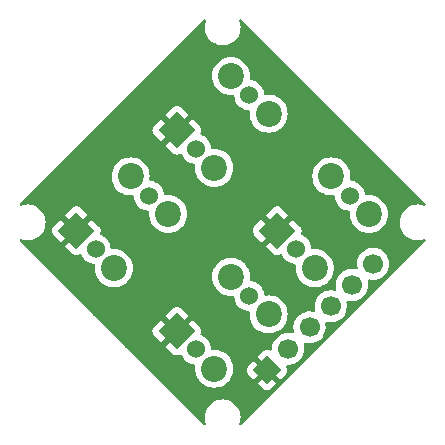
<source format=gbl>
%TF.GenerationSoftware,KiCad,Pcbnew,(6.0.9)*%
%TF.CreationDate,2023-04-13T12:37:54+10:00*%
%TF.ProjectId,Dpadleft,44706164-6c65-4667-942e-6b696361645f,rev?*%
%TF.SameCoordinates,PX6bc3e40PY700e860*%
%TF.FileFunction,Copper,L2,Bot*%
%TF.FilePolarity,Positive*%
%FSLAX46Y46*%
G04 Gerber Fmt 4.6, Leading zero omitted, Abs format (unit mm)*
G04 Created by KiCad (PCBNEW (6.0.9)) date 2023-04-13 12:37:54*
%MOMM*%
%LPD*%
G01*
G04 APERTURE LIST*
G04 Aperture macros list*
%AMHorizOval*
0 Thick line with rounded ends*
0 $1 width*
0 $2 $3 position (X,Y) of the first rounded end (center of the circle)*
0 $4 $5 position (X,Y) of the second rounded end (center of the circle)*
0 Add line between two ends*
20,1,$1,$2,$3,$4,$5,0*
0 Add two circle primitives to create the rounded ends*
1,1,$1,$2,$3*
1,1,$1,$4,$5*%
%AMRotRect*
0 Rectangle, with rotation*
0 The origin of the aperture is its center*
0 $1 length*
0 $2 width*
0 $3 Rotation angle, in degrees counterclockwise*
0 Add horizontal line*
21,1,$1,$2,0,0,$3*%
G04 Aperture macros list end*
%TA.AperFunction,ComponentPad*%
%ADD10RotRect,1.700000X1.700000X135.000000*%
%TD*%
%TA.AperFunction,ComponentPad*%
%ADD11HorizOval,1.700000X0.000000X0.000000X0.000000X0.000000X0*%
%TD*%
%TA.AperFunction,ComponentPad*%
%ADD12RotRect,2.200000X2.200000X45.000000*%
%TD*%
%TA.AperFunction,ComponentPad*%
%ADD13C,2.200000*%
%TD*%
%TA.AperFunction,ComponentPad*%
%ADD14C,1.524000*%
%TD*%
G04 APERTURE END LIST*
D10*
%TO.P,J3,1,Pin_1*%
%TO.N,Net-(J3-Pad1)*%
X23259872Y-12490129D03*
D11*
%TO.P,J3,2,Pin_2*%
%TO.N,Net-(J3-Pad2)*%
X25055923Y-10694078D03*
%TO.P,J3,3,Pin_3*%
%TO.N,Net-(J3-Pad3)*%
X26851974Y-8898027D03*
%TO.P,J3,4,Pin_4*%
%TO.N,Net-(J3-Pad4)*%
X28648026Y-7101975D03*
%TO.P,J3,5,Pin_5*%
%TO.N,Net-(J3-Pad5)*%
X30444077Y-5305924D03*
%TO.P,J3,6,Pin_6*%
%TO.N,GND*%
X32240128Y-3509873D03*
%TD*%
D12*
%TO.P,U3,1,1*%
%TO.N,Net-(J3-Pad1)*%
X7110913Y-707107D03*
D13*
%TO.P,U3,2,2*%
%TO.N,unconnected-(U3-Pad2)*%
X11707107Y3889087D03*
%TO.P,U3,3,3*%
%TO.N,unconnected-(U3-Pad3)*%
X10292893Y-3889087D03*
%TO.P,U3,4,4*%
%TO.N,Net-(J3-Pad3)*%
X14889087Y707107D03*
D14*
%TO.P,U3,5,A*%
%TO.N,Net-(R2-Pad1)*%
X8737258Y-2262742D03*
%TO.P,U3,6,K*%
%TO.N,GND*%
X13262742Y2262742D03*
%TD*%
D12*
%TO.P,U2,1,1*%
%TO.N,Net-(J3-Pad1)*%
X15610913Y7792893D03*
D13*
%TO.P,U2,2,2*%
%TO.N,unconnected-(U2-Pad2)*%
X20207107Y12389087D03*
%TO.P,U2,3,3*%
%TO.N,unconnected-(U2-Pad3)*%
X18792893Y4610913D03*
%TO.P,U2,4,4*%
%TO.N,Net-(J3-Pad2)*%
X23389087Y9207107D03*
D14*
%TO.P,U2,5,A*%
%TO.N,Net-(R1-Pad1)*%
X17237258Y6237258D03*
%TO.P,U2,6,K*%
%TO.N,GND*%
X21762742Y10762742D03*
%TD*%
D12*
%TO.P,U5,1,1*%
%TO.N,Net-(J3-Pad1)*%
X24110913Y-707107D03*
D13*
%TO.P,U5,2,2*%
%TO.N,unconnected-(U5-Pad2)*%
X28707107Y3889087D03*
%TO.P,U5,3,3*%
%TO.N,unconnected-(U5-Pad3)*%
X27292893Y-3889087D03*
%TO.P,U5,4,4*%
%TO.N,Net-(J3-Pad5)*%
X31889087Y707107D03*
D14*
%TO.P,U5,5,A*%
%TO.N,Net-(R4-Pad1)*%
X25737258Y-2262742D03*
%TO.P,U5,6,K*%
%TO.N,GND*%
X30262742Y2262742D03*
%TD*%
D12*
%TO.P,U4,1,1*%
%TO.N,Net-(J3-Pad1)*%
X15610913Y-9207107D03*
D13*
%TO.P,U4,2,2*%
%TO.N,unconnected-(U4-Pad2)*%
X20207107Y-4610913D03*
%TO.P,U4,3,3*%
%TO.N,unconnected-(U4-Pad3)*%
X18792893Y-12389087D03*
%TO.P,U4,4,4*%
%TO.N,Net-(J3-Pad4)*%
X23389087Y-7792893D03*
D14*
%TO.P,U4,5,A*%
%TO.N,Net-(R3-Pad1)*%
X17237258Y-10762742D03*
%TO.P,U4,6,K*%
%TO.N,GND*%
X21762742Y-6237258D03*
%TD*%
%TA.AperFunction,Conductor*%
%TO.N,Net-(J3-Pad1)*%
G36*
X18010690Y17187396D02*
G01*
X18067526Y17144849D01*
X18092337Y17078329D01*
X18083067Y17021123D01*
X18060895Y16967594D01*
X18059740Y16962782D01*
X18013420Y16769845D01*
X18005465Y16736711D01*
X17987308Y16506005D01*
X17986835Y16500000D01*
X18005465Y16263289D01*
X18006619Y16258482D01*
X18006620Y16258476D01*
X18036601Y16133599D01*
X18060895Y16032406D01*
X18151760Y15813037D01*
X18154346Y15808817D01*
X18273241Y15614798D01*
X18273245Y15614792D01*
X18275824Y15610584D01*
X18430031Y15430031D01*
X18610584Y15275824D01*
X18614792Y15273245D01*
X18614798Y15273241D01*
X18808817Y15154346D01*
X18813037Y15151760D01*
X18817607Y15149867D01*
X18817611Y15149865D01*
X19027833Y15062789D01*
X19032406Y15060895D01*
X19112609Y15041640D01*
X19258476Y15006620D01*
X19258482Y15006619D01*
X19263289Y15005465D01*
X19500000Y14986835D01*
X19736711Y15005465D01*
X19741518Y15006619D01*
X19741524Y15006620D01*
X19887391Y15041640D01*
X19967594Y15060895D01*
X19972167Y15062789D01*
X20182389Y15149865D01*
X20182393Y15149867D01*
X20186963Y15151760D01*
X20191183Y15154346D01*
X20385202Y15273241D01*
X20385208Y15273245D01*
X20389416Y15275824D01*
X20569969Y15430031D01*
X20724176Y15610584D01*
X20726755Y15614792D01*
X20726759Y15614798D01*
X20845654Y15808817D01*
X20848240Y15813037D01*
X20939105Y16032406D01*
X20963399Y16133599D01*
X20993380Y16258476D01*
X20993381Y16258482D01*
X20994535Y16263289D01*
X21013165Y16500000D01*
X20994535Y16736711D01*
X20986581Y16769845D01*
X20940260Y16962782D01*
X20939105Y16967594D01*
X20916933Y17021122D01*
X20909344Y17091712D01*
X20941123Y17155199D01*
X21002181Y17191426D01*
X21073133Y17188892D01*
X21122437Y17158435D01*
X36658435Y1622437D01*
X36692461Y1560125D01*
X36687396Y1489310D01*
X36644849Y1432474D01*
X36578329Y1407663D01*
X36521122Y1416933D01*
X36472167Y1437211D01*
X36472165Y1437212D01*
X36467594Y1439105D01*
X36387391Y1458360D01*
X36241524Y1493380D01*
X36241518Y1493381D01*
X36236711Y1494535D01*
X36000000Y1513165D01*
X35763289Y1494535D01*
X35758482Y1493381D01*
X35758476Y1493380D01*
X35612609Y1458360D01*
X35532406Y1439105D01*
X35527835Y1437212D01*
X35527833Y1437211D01*
X35317611Y1350135D01*
X35317607Y1350133D01*
X35313037Y1348240D01*
X35308817Y1345654D01*
X35114798Y1226759D01*
X35114792Y1226755D01*
X35110584Y1224176D01*
X34930031Y1069969D01*
X34775824Y889416D01*
X34773245Y885208D01*
X34773241Y885202D01*
X34757695Y859833D01*
X34651760Y686963D01*
X34649867Y682393D01*
X34649865Y682389D01*
X34583067Y521122D01*
X34560895Y467594D01*
X34556645Y449891D01*
X34507452Y244986D01*
X34505465Y236711D01*
X34487308Y6005D01*
X34486835Y0D01*
X34487223Y-4930D01*
X34487223Y-4933D01*
X34490300Y-44032D01*
X34505465Y-236711D01*
X34506619Y-241518D01*
X34506620Y-241524D01*
X34536601Y-366401D01*
X34560895Y-467594D01*
X34562788Y-472165D01*
X34562789Y-472167D01*
X34639944Y-658436D01*
X34651760Y-686963D01*
X34654346Y-691183D01*
X34773241Y-885202D01*
X34773245Y-885208D01*
X34775824Y-889416D01*
X34930031Y-1069969D01*
X34933787Y-1073177D01*
X34954618Y-1090968D01*
X35110584Y-1224176D01*
X35114792Y-1226755D01*
X35114798Y-1226759D01*
X35308817Y-1345654D01*
X35313037Y-1348240D01*
X35317607Y-1350133D01*
X35317611Y-1350135D01*
X35527833Y-1437211D01*
X35532406Y-1439105D01*
X35612609Y-1458360D01*
X35758476Y-1493380D01*
X35758482Y-1493381D01*
X35763289Y-1494535D01*
X36000000Y-1513165D01*
X36236711Y-1494535D01*
X36241518Y-1493381D01*
X36241524Y-1493380D01*
X36387391Y-1458360D01*
X36467594Y-1439105D01*
X36472172Y-1437209D01*
X36521122Y-1416933D01*
X36591712Y-1409344D01*
X36655199Y-1441123D01*
X36691426Y-1502181D01*
X36688892Y-1573133D01*
X36658435Y-1622437D01*
X21122437Y-17158436D01*
X21060125Y-17192462D01*
X20989310Y-17187397D01*
X20932474Y-17144850D01*
X20907663Y-17078330D01*
X20916933Y-17021124D01*
X20937209Y-16972172D01*
X20937210Y-16972169D01*
X20939105Y-16967594D01*
X20963399Y-16866401D01*
X20993380Y-16741524D01*
X20993381Y-16741518D01*
X20994535Y-16736711D01*
X21013165Y-16500000D01*
X20994535Y-16263289D01*
X20986581Y-16230155D01*
X20940260Y-16037218D01*
X20939105Y-16032406D01*
X20848240Y-15813037D01*
X20845654Y-15808817D01*
X20726759Y-15614798D01*
X20726755Y-15614792D01*
X20724176Y-15610584D01*
X20569969Y-15430031D01*
X20389416Y-15275824D01*
X20385208Y-15273245D01*
X20385202Y-15273241D01*
X20191183Y-15154346D01*
X20186963Y-15151760D01*
X20182393Y-15149867D01*
X20182389Y-15149865D01*
X19972167Y-15062789D01*
X19972165Y-15062788D01*
X19967594Y-15060895D01*
X19887391Y-15041640D01*
X19741524Y-15006620D01*
X19741518Y-15006619D01*
X19736711Y-15005465D01*
X19500000Y-14986835D01*
X19263289Y-15005465D01*
X19258482Y-15006619D01*
X19258476Y-15006620D01*
X19112609Y-15041640D01*
X19032406Y-15060895D01*
X19027835Y-15062788D01*
X19027833Y-15062789D01*
X18817611Y-15149865D01*
X18817607Y-15149867D01*
X18813037Y-15151760D01*
X18808817Y-15154346D01*
X18614798Y-15273241D01*
X18614792Y-15273245D01*
X18610584Y-15275824D01*
X18430031Y-15430031D01*
X18275824Y-15610584D01*
X18273245Y-15614792D01*
X18273241Y-15614798D01*
X18154346Y-15808817D01*
X18151760Y-15813037D01*
X18060895Y-16032406D01*
X18059740Y-16037218D01*
X18013420Y-16230155D01*
X18005465Y-16263289D01*
X17987308Y-16493995D01*
X17986835Y-16500000D01*
X18005465Y-16736711D01*
X18006619Y-16741518D01*
X18006620Y-16741524D01*
X18036601Y-16866401D01*
X18060895Y-16967594D01*
X18062790Y-16972169D01*
X18062791Y-16972172D01*
X18083067Y-17021124D01*
X18090656Y-17091714D01*
X18058876Y-17155200D01*
X17997818Y-17191427D01*
X17926866Y-17188893D01*
X17877563Y-17158436D01*
X11243998Y-10524871D01*
X14658689Y-10524871D01*
X14658820Y-10526704D01*
X14663071Y-10533319D01*
X15283287Y-11153535D01*
X15288371Y-11158097D01*
X15328244Y-11190157D01*
X15341594Y-11198379D01*
X15458699Y-11251623D01*
X15475754Y-11256610D01*
X15602024Y-11274693D01*
X15619802Y-11274693D01*
X15746072Y-11256610D01*
X15763127Y-11251623D01*
X15880236Y-11198377D01*
X15882763Y-11196821D01*
X15885003Y-11196210D01*
X15887424Y-11195109D01*
X15887602Y-11195501D01*
X15951255Y-11178131D01*
X16018979Y-11199439D01*
X16063029Y-11250858D01*
X16130444Y-11395431D01*
X16130447Y-11395436D01*
X16132770Y-11400418D01*
X16135926Y-11404925D01*
X16135927Y-11404927D01*
X16256811Y-11577567D01*
X16260281Y-11582523D01*
X16417477Y-11739719D01*
X16421985Y-11742876D01*
X16421988Y-11742878D01*
X16497753Y-11795929D01*
X16599581Y-11867230D01*
X16604563Y-11869553D01*
X16604568Y-11869556D01*
X16720072Y-11923416D01*
X16801062Y-11961182D01*
X16806370Y-11962604D01*
X16806372Y-11962605D01*
X16872207Y-11980245D01*
X17015795Y-12018720D01*
X17053710Y-12022037D01*
X17082820Y-12024584D01*
X17148938Y-12050448D01*
X17190578Y-12107951D01*
X17197450Y-12159989D01*
X17179419Y-12389087D01*
X17199284Y-12641490D01*
X17200438Y-12646297D01*
X17200439Y-12646303D01*
X17230808Y-12772798D01*
X17258388Y-12887678D01*
X17355277Y-13121589D01*
X17487565Y-13337463D01*
X17651995Y-13529985D01*
X17844517Y-13694415D01*
X18060391Y-13826703D01*
X18064961Y-13828596D01*
X18064965Y-13828598D01*
X18289729Y-13921698D01*
X18294302Y-13923592D01*
X18378925Y-13943908D01*
X18535677Y-13981541D01*
X18535683Y-13981542D01*
X18540490Y-13982696D01*
X18792893Y-14002561D01*
X19045296Y-13982696D01*
X19050103Y-13981542D01*
X19050109Y-13981541D01*
X19206861Y-13943908D01*
X19291484Y-13923592D01*
X19296057Y-13921698D01*
X19520821Y-13828598D01*
X19520825Y-13828596D01*
X19525395Y-13826703D01*
X19741269Y-13694415D01*
X19815382Y-13631116D01*
X22484425Y-13631116D01*
X22484556Y-13632949D01*
X22488807Y-13639564D01*
X22932246Y-14083003D01*
X22937330Y-14087565D01*
X22977203Y-14119625D01*
X22990553Y-14127847D01*
X23107658Y-14181091D01*
X23124713Y-14186078D01*
X23250983Y-14204161D01*
X23268761Y-14204161D01*
X23395031Y-14186078D01*
X23412086Y-14181091D01*
X23529195Y-14127845D01*
X23542539Y-14119628D01*
X23582416Y-14087565D01*
X23587494Y-14083009D01*
X24027706Y-13642797D01*
X24035320Y-13628853D01*
X24035189Y-13627020D01*
X24030938Y-13620405D01*
X23272684Y-12862151D01*
X23258740Y-12854537D01*
X23256907Y-12854668D01*
X23250292Y-12858919D01*
X22492039Y-13617172D01*
X22484425Y-13631116D01*
X19815382Y-13631116D01*
X19933791Y-13529985D01*
X20098221Y-13337463D01*
X20230509Y-13121589D01*
X20327398Y-12887678D01*
X20354978Y-12772798D01*
X20385347Y-12646303D01*
X20385348Y-12646297D01*
X20386502Y-12641490D01*
X20397715Y-12499018D01*
X21545840Y-12499018D01*
X21563923Y-12625288D01*
X21568910Y-12642343D01*
X21622156Y-12759452D01*
X21630373Y-12772796D01*
X21662436Y-12812673D01*
X21666992Y-12817751D01*
X22107204Y-13257963D01*
X22121148Y-13265577D01*
X22122981Y-13265446D01*
X22129596Y-13261195D01*
X22887850Y-12502941D01*
X22895464Y-12488997D01*
X22895333Y-12487164D01*
X22891082Y-12480549D01*
X22132829Y-11722296D01*
X22118885Y-11714682D01*
X22117052Y-11714813D01*
X22110437Y-11719064D01*
X21666998Y-12162503D01*
X21662436Y-12167587D01*
X21630376Y-12207460D01*
X21622154Y-12220810D01*
X21568910Y-12337915D01*
X21563923Y-12354970D01*
X21545840Y-12481240D01*
X21545840Y-12499018D01*
X20397715Y-12499018D01*
X20406367Y-12389087D01*
X20386502Y-12136684D01*
X20376624Y-12095536D01*
X20328553Y-11895308D01*
X20327398Y-11890496D01*
X20325504Y-11885923D01*
X20232404Y-11661159D01*
X20232402Y-11661155D01*
X20230509Y-11656585D01*
X20098221Y-11440711D01*
X20021946Y-11351405D01*
X22484424Y-11351405D01*
X22484555Y-11353238D01*
X22488806Y-11359853D01*
X24386915Y-13257962D01*
X24400859Y-13265576D01*
X24402692Y-13265445D01*
X24409307Y-13261194D01*
X24852746Y-12817755D01*
X24857308Y-12812671D01*
X24889368Y-12772798D01*
X24897590Y-12759448D01*
X24950834Y-12642343D01*
X24955821Y-12625288D01*
X24973904Y-12499018D01*
X24973904Y-12481240D01*
X24955821Y-12354970D01*
X24950834Y-12337915D01*
X24901931Y-12230358D01*
X24891945Y-12160067D01*
X24921545Y-12095536D01*
X24981336Y-12057252D01*
X25021249Y-12052292D01*
X25028888Y-12052572D01*
X25112596Y-12055642D01*
X25112600Y-12055642D01*
X25117760Y-12055831D01*
X25122880Y-12055175D01*
X25122882Y-12055175D01*
X25334211Y-12028103D01*
X25334212Y-12028103D01*
X25339339Y-12027446D01*
X25344289Y-12025961D01*
X25548352Y-11964739D01*
X25548357Y-11964737D01*
X25553307Y-11963252D01*
X25753917Y-11864974D01*
X25935783Y-11735251D01*
X25948784Y-11722296D01*
X26085135Y-11586420D01*
X26094019Y-11577567D01*
X26224376Y-11396155D01*
X26242318Y-11359853D01*
X26321059Y-11200531D01*
X26321060Y-11200529D01*
X26323353Y-11195889D01*
X26388293Y-10982147D01*
X26417452Y-10760668D01*
X26419079Y-10694078D01*
X26400775Y-10471439D01*
X26375716Y-10371675D01*
X26378520Y-10300733D01*
X26419233Y-10242570D01*
X26484928Y-10215651D01*
X26523038Y-10217509D01*
X26690571Y-10251594D01*
X26695746Y-10251784D01*
X26695748Y-10251784D01*
X26908647Y-10259591D01*
X26908651Y-10259591D01*
X26913811Y-10259780D01*
X26918931Y-10259124D01*
X26918933Y-10259124D01*
X27130262Y-10232052D01*
X27130263Y-10232052D01*
X27135390Y-10231395D01*
X27145456Y-10228375D01*
X27344403Y-10168688D01*
X27344408Y-10168686D01*
X27349358Y-10167201D01*
X27549968Y-10068923D01*
X27731834Y-9939200D01*
X27890070Y-9781516D01*
X27969047Y-9671608D01*
X28017409Y-9604304D01*
X28020427Y-9600104D01*
X28033205Y-9574251D01*
X28117110Y-9404480D01*
X28117111Y-9404478D01*
X28119404Y-9399838D01*
X28184344Y-9186096D01*
X28213503Y-8964617D01*
X28213585Y-8961267D01*
X28215048Y-8901392D01*
X28215048Y-8901388D01*
X28215130Y-8898027D01*
X28196826Y-8675388D01*
X28189880Y-8647734D01*
X28171767Y-8575622D01*
X28174571Y-8504681D01*
X28215284Y-8446518D01*
X28280980Y-8419599D01*
X28319091Y-8421457D01*
X28486623Y-8455542D01*
X28491798Y-8455732D01*
X28491800Y-8455732D01*
X28704699Y-8463539D01*
X28704703Y-8463539D01*
X28709863Y-8463728D01*
X28714983Y-8463072D01*
X28714985Y-8463072D01*
X28926314Y-8436000D01*
X28926315Y-8436000D01*
X28931442Y-8435343D01*
X28973793Y-8422637D01*
X29140455Y-8372636D01*
X29140460Y-8372634D01*
X29145410Y-8371149D01*
X29346020Y-8272871D01*
X29527886Y-8143148D01*
X29686122Y-7985464D01*
X29816479Y-7804052D01*
X29845895Y-7744534D01*
X29913162Y-7608428D01*
X29913163Y-7608426D01*
X29915456Y-7603786D01*
X29980396Y-7390044D01*
X30009555Y-7168565D01*
X30011182Y-7101975D01*
X29992878Y-6879336D01*
X29967819Y-6779572D01*
X29970623Y-6708630D01*
X30011336Y-6650467D01*
X30077031Y-6623548D01*
X30115141Y-6625406D01*
X30282674Y-6659491D01*
X30287849Y-6659681D01*
X30287851Y-6659681D01*
X30500750Y-6667488D01*
X30500754Y-6667488D01*
X30505914Y-6667677D01*
X30511034Y-6667021D01*
X30511036Y-6667021D01*
X30722365Y-6639949D01*
X30722366Y-6639949D01*
X30727493Y-6639292D01*
X30737559Y-6636272D01*
X30936506Y-6576585D01*
X30936511Y-6576583D01*
X30941461Y-6575098D01*
X31142071Y-6476820D01*
X31323937Y-6347097D01*
X31344107Y-6326998D01*
X31414116Y-6257233D01*
X31482173Y-6189413D01*
X31489355Y-6179419D01*
X31609512Y-6012201D01*
X31612530Y-6008001D01*
X31640412Y-5951587D01*
X31709213Y-5812377D01*
X31709214Y-5812375D01*
X31711507Y-5807735D01*
X31776447Y-5593993D01*
X31805606Y-5372514D01*
X31806679Y-5328598D01*
X31807151Y-5309289D01*
X31807151Y-5309285D01*
X31807233Y-5305924D01*
X31788929Y-5083285D01*
X31763870Y-4983521D01*
X31766674Y-4912579D01*
X31807387Y-4854416D01*
X31873082Y-4827497D01*
X31911192Y-4829355D01*
X32078725Y-4863440D01*
X32083900Y-4863630D01*
X32083902Y-4863630D01*
X32296801Y-4871437D01*
X32296805Y-4871437D01*
X32301965Y-4871626D01*
X32307085Y-4870970D01*
X32307087Y-4870970D01*
X32518416Y-4843898D01*
X32518417Y-4843898D01*
X32523544Y-4843241D01*
X32542803Y-4837463D01*
X32732557Y-4780534D01*
X32732562Y-4780532D01*
X32737512Y-4779047D01*
X32938122Y-4680769D01*
X33119988Y-4551046D01*
X33278224Y-4393362D01*
X33282309Y-4387678D01*
X33405563Y-4216150D01*
X33408581Y-4211950D01*
X33436463Y-4155536D01*
X33505264Y-4016326D01*
X33505265Y-4016324D01*
X33507558Y-4011684D01*
X33572498Y-3797942D01*
X33601657Y-3576463D01*
X33602293Y-3550448D01*
X33603202Y-3513238D01*
X33603202Y-3513234D01*
X33603284Y-3509873D01*
X33584980Y-3287234D01*
X33530559Y-3070575D01*
X33441482Y-2865713D01*
X33402034Y-2804735D01*
X33322950Y-2682490D01*
X33322948Y-2682487D01*
X33320142Y-2678150D01*
X33169798Y-2512924D01*
X33165747Y-2509725D01*
X33165743Y-2509721D01*
X32998542Y-2377673D01*
X32998538Y-2377671D01*
X32994487Y-2374471D01*
X32798917Y-2266511D01*
X32794048Y-2264787D01*
X32794044Y-2264785D01*
X32593215Y-2193668D01*
X32593211Y-2193667D01*
X32588340Y-2191942D01*
X32583247Y-2191035D01*
X32583244Y-2191034D01*
X32373501Y-2153673D01*
X32373495Y-2153672D01*
X32368412Y-2152767D01*
X32294580Y-2151865D01*
X32150209Y-2150101D01*
X32150207Y-2150101D01*
X32145039Y-2150038D01*
X31924219Y-2183828D01*
X31711884Y-2253230D01*
X31681571Y-2269010D01*
X31519408Y-2353427D01*
X31513735Y-2356380D01*
X31509602Y-2359483D01*
X31509599Y-2359485D01*
X31339228Y-2487403D01*
X31335093Y-2490508D01*
X31180757Y-2652011D01*
X31177843Y-2656283D01*
X31177842Y-2656284D01*
X31148404Y-2699439D01*
X31054871Y-2836553D01*
X31039131Y-2870463D01*
X30970970Y-3017304D01*
X30960816Y-3039178D01*
X30901117Y-3254443D01*
X30877379Y-3476568D01*
X30877676Y-3481721D01*
X30877676Y-3481724D01*
X30887885Y-3658778D01*
X30890238Y-3699588D01*
X30891375Y-3704634D01*
X30891376Y-3704640D01*
X30920355Y-3833226D01*
X30915819Y-3904078D01*
X30873697Y-3961229D01*
X30807364Y-3986535D01*
X30775342Y-3984974D01*
X30577450Y-3949724D01*
X30577444Y-3949723D01*
X30572361Y-3948818D01*
X30498529Y-3947916D01*
X30354158Y-3946152D01*
X30354156Y-3946152D01*
X30348988Y-3946089D01*
X30128168Y-3979879D01*
X29915833Y-4049281D01*
X29911241Y-4051671D01*
X29911242Y-4051671D01*
X29748180Y-4136556D01*
X29717684Y-4152431D01*
X29713551Y-4155534D01*
X29713548Y-4155536D01*
X29638412Y-4211950D01*
X29539042Y-4286559D01*
X29384706Y-4448062D01*
X29258820Y-4632604D01*
X29256641Y-4637299D01*
X29167492Y-4829355D01*
X29164765Y-4835229D01*
X29105066Y-5050494D01*
X29081328Y-5272619D01*
X29081625Y-5277772D01*
X29081625Y-5277775D01*
X29089680Y-5417477D01*
X29094187Y-5495639D01*
X29095324Y-5500685D01*
X29095325Y-5500691D01*
X29124304Y-5629277D01*
X29119768Y-5700129D01*
X29077646Y-5757280D01*
X29011313Y-5782586D01*
X28979291Y-5781025D01*
X28781399Y-5745775D01*
X28781393Y-5745774D01*
X28776310Y-5744869D01*
X28702478Y-5743967D01*
X28558107Y-5742203D01*
X28558105Y-5742203D01*
X28552937Y-5742140D01*
X28332117Y-5775930D01*
X28119782Y-5845332D01*
X28115190Y-5847722D01*
X28115191Y-5847722D01*
X27989736Y-5913030D01*
X27921633Y-5948482D01*
X27917500Y-5951585D01*
X27917497Y-5951587D01*
X27747126Y-6079505D01*
X27742991Y-6082610D01*
X27739419Y-6086348D01*
X27607506Y-6224387D01*
X27588655Y-6244113D01*
X27462769Y-6428655D01*
X27460590Y-6433350D01*
X27371441Y-6625406D01*
X27368714Y-6631280D01*
X27309015Y-6846545D01*
X27285277Y-7068670D01*
X27285574Y-7073823D01*
X27285574Y-7073826D01*
X27291037Y-7168565D01*
X27298136Y-7291690D01*
X27299273Y-7296736D01*
X27299274Y-7296742D01*
X27328253Y-7425330D01*
X27323717Y-7496182D01*
X27281595Y-7553333D01*
X27215262Y-7578639D01*
X27183244Y-7577078D01*
X27049939Y-7553333D01*
X26985346Y-7541827D01*
X26985342Y-7541827D01*
X26980258Y-7540921D01*
X26906426Y-7540019D01*
X26762055Y-7538255D01*
X26762053Y-7538255D01*
X26756885Y-7538192D01*
X26536065Y-7571982D01*
X26323730Y-7641384D01*
X26125581Y-7744534D01*
X26121448Y-7747637D01*
X26121445Y-7747639D01*
X26046310Y-7804052D01*
X25946939Y-7878662D01*
X25943367Y-7882400D01*
X25844877Y-7985464D01*
X25792603Y-8040165D01*
X25666717Y-8224707D01*
X25649176Y-8262497D01*
X25576252Y-8419599D01*
X25572662Y-8427332D01*
X25512963Y-8642597D01*
X25489225Y-8864722D01*
X25489522Y-8869875D01*
X25489522Y-8869878D01*
X25494985Y-8964617D01*
X25502084Y-9087742D01*
X25503221Y-9092788D01*
X25503222Y-9092794D01*
X25532201Y-9221380D01*
X25527665Y-9292232D01*
X25485543Y-9349383D01*
X25419210Y-9374689D01*
X25387188Y-9373128D01*
X25189296Y-9337878D01*
X25189290Y-9337877D01*
X25184207Y-9336972D01*
X25110375Y-9336070D01*
X24966004Y-9334306D01*
X24966002Y-9334306D01*
X24960834Y-9334243D01*
X24740014Y-9368033D01*
X24527679Y-9437435D01*
X24523087Y-9439825D01*
X24523088Y-9439825D01*
X24340793Y-9534722D01*
X24329530Y-9540585D01*
X24325397Y-9543688D01*
X24325394Y-9543690D01*
X24155023Y-9671608D01*
X24150888Y-9674713D01*
X23996552Y-9836216D01*
X23993638Y-9840488D01*
X23993637Y-9840489D01*
X23920658Y-9947472D01*
X23870666Y-10020758D01*
X23868487Y-10025453D01*
X23779338Y-10217509D01*
X23776611Y-10223383D01*
X23716912Y-10438648D01*
X23693174Y-10660773D01*
X23693471Y-10665926D01*
X23693471Y-10665930D01*
X23696924Y-10725816D01*
X23680876Y-10794975D01*
X23629986Y-10844479D01*
X23560410Y-10858611D01*
X23518982Y-10847769D01*
X23412087Y-10799167D01*
X23395031Y-10794180D01*
X23268761Y-10776097D01*
X23250983Y-10776097D01*
X23124713Y-10794180D01*
X23107658Y-10799167D01*
X22990549Y-10852413D01*
X22977205Y-10860630D01*
X22937328Y-10892693D01*
X22932250Y-10897249D01*
X22492038Y-11337461D01*
X22484424Y-11351405D01*
X20021946Y-11351405D01*
X19933791Y-11248189D01*
X19741269Y-11083759D01*
X19525395Y-10951471D01*
X19520825Y-10949578D01*
X19520821Y-10949576D01*
X19296057Y-10856476D01*
X19296055Y-10856475D01*
X19291484Y-10854582D01*
X19206861Y-10834266D01*
X19050109Y-10796633D01*
X19050103Y-10796632D01*
X19045296Y-10795478D01*
X18792893Y-10775613D01*
X18787963Y-10776001D01*
X18640167Y-10787633D01*
X18570687Y-10773037D01*
X18520127Y-10723195D01*
X18504760Y-10673002D01*
X18493715Y-10546758D01*
X18493236Y-10541279D01*
X18435698Y-10326546D01*
X18423661Y-10300733D01*
X18344072Y-10130053D01*
X18344069Y-10130048D01*
X18341746Y-10125066D01*
X18304029Y-10071200D01*
X18217394Y-9947472D01*
X18217392Y-9947469D01*
X18214235Y-9942961D01*
X18057039Y-9785765D01*
X18052531Y-9782608D01*
X18052528Y-9782606D01*
X17903779Y-9678451D01*
X17874935Y-9658254D01*
X17869953Y-9655931D01*
X17869948Y-9655928D01*
X17694790Y-9574251D01*
X17641505Y-9527334D01*
X17622044Y-9459056D01*
X17633339Y-9407905D01*
X17655429Y-9359321D01*
X17660416Y-9342266D01*
X17678499Y-9215996D01*
X17678499Y-9198218D01*
X17660416Y-9071948D01*
X17655429Y-9054893D01*
X17602186Y-8937790D01*
X17593963Y-8924437D01*
X17561897Y-8884556D01*
X17557353Y-8879492D01*
X16940353Y-8262493D01*
X16926415Y-8254882D01*
X16924579Y-8255014D01*
X16917967Y-8259263D01*
X14666303Y-10510927D01*
X14658689Y-10524871D01*
X11243998Y-10524871D01*
X9935123Y-9215996D01*
X13543327Y-9215996D01*
X13561410Y-9342266D01*
X13566397Y-9359321D01*
X13619640Y-9476424D01*
X13627863Y-9489777D01*
X13659929Y-9529658D01*
X13664473Y-9534722D01*
X14281473Y-10151721D01*
X14295411Y-10159332D01*
X14297247Y-10159200D01*
X14303859Y-10154951D01*
X15238891Y-9219919D01*
X15246505Y-9205975D01*
X15246374Y-9204142D01*
X15242123Y-9197527D01*
X14307093Y-8262497D01*
X14293149Y-8254883D01*
X14291316Y-8255014D01*
X14284701Y-8259265D01*
X13664485Y-8879481D01*
X13659923Y-8884565D01*
X13627863Y-8924438D01*
X13619641Y-8937788D01*
X13566397Y-9054893D01*
X13561410Y-9071948D01*
X13543327Y-9198218D01*
X13543327Y-9215996D01*
X9935123Y-9215996D01*
X8610732Y-7891605D01*
X14658688Y-7891605D01*
X14658820Y-7893441D01*
X14663069Y-7900053D01*
X15598101Y-8835085D01*
X15612045Y-8842699D01*
X15613878Y-8842568D01*
X15620493Y-8838317D01*
X16555523Y-7903287D01*
X16563137Y-7889343D01*
X16563006Y-7887510D01*
X16558755Y-7880895D01*
X15938539Y-7260679D01*
X15933455Y-7256117D01*
X15893582Y-7224057D01*
X15880232Y-7215835D01*
X15763127Y-7162591D01*
X15746072Y-7157604D01*
X15619802Y-7139521D01*
X15602024Y-7139521D01*
X15475754Y-7157604D01*
X15458699Y-7162591D01*
X15341596Y-7215834D01*
X15328243Y-7224057D01*
X15288362Y-7256123D01*
X15283298Y-7260667D01*
X14666299Y-7877667D01*
X14658688Y-7891605D01*
X8610732Y-7891605D01*
X2743998Y-2024871D01*
X6158689Y-2024871D01*
X6158820Y-2026704D01*
X6163071Y-2033319D01*
X6783287Y-2653535D01*
X6788371Y-2658097D01*
X6828244Y-2690157D01*
X6841594Y-2698379D01*
X6958699Y-2751623D01*
X6975754Y-2756610D01*
X7102024Y-2774693D01*
X7119802Y-2774693D01*
X7246072Y-2756610D01*
X7263127Y-2751623D01*
X7380236Y-2698377D01*
X7382763Y-2696821D01*
X7385003Y-2696210D01*
X7387424Y-2695109D01*
X7387602Y-2695501D01*
X7451255Y-2678131D01*
X7518979Y-2699439D01*
X7563029Y-2750858D01*
X7630444Y-2895431D01*
X7630447Y-2895436D01*
X7632770Y-2900418D01*
X7635926Y-2904925D01*
X7635927Y-2904927D01*
X7755429Y-3075593D01*
X7760281Y-3082523D01*
X7917477Y-3239719D01*
X7921985Y-3242876D01*
X7921988Y-3242878D01*
X7931390Y-3249461D01*
X8099581Y-3367230D01*
X8104563Y-3369553D01*
X8104568Y-3369556D01*
X8296080Y-3458859D01*
X8301062Y-3461182D01*
X8306370Y-3462604D01*
X8306372Y-3462605D01*
X8334027Y-3470015D01*
X8515795Y-3518720D01*
X8553710Y-3522037D01*
X8582820Y-3524584D01*
X8648938Y-3550448D01*
X8690578Y-3607951D01*
X8697450Y-3659989D01*
X8679419Y-3889087D01*
X8699284Y-4141490D01*
X8700438Y-4146297D01*
X8700439Y-4146303D01*
X8702656Y-4155536D01*
X8758388Y-4387678D01*
X8760281Y-4392249D01*
X8760282Y-4392251D01*
X8850855Y-4610913D01*
X8855277Y-4621589D01*
X8987565Y-4837463D01*
X9151995Y-5029985D01*
X9344517Y-5194415D01*
X9560391Y-5326703D01*
X9564961Y-5328596D01*
X9564965Y-5328598D01*
X9779539Y-5417477D01*
X9794302Y-5423592D01*
X9878925Y-5443908D01*
X10035677Y-5481541D01*
X10035683Y-5481542D01*
X10040490Y-5482696D01*
X10292893Y-5502561D01*
X10545296Y-5482696D01*
X10550103Y-5481542D01*
X10550109Y-5481541D01*
X10706861Y-5443908D01*
X10791484Y-5423592D01*
X10806247Y-5417477D01*
X11020821Y-5328598D01*
X11020825Y-5328596D01*
X11025395Y-5326703D01*
X11241269Y-5194415D01*
X11433791Y-5029985D01*
X11598221Y-4837463D01*
X11730509Y-4621589D01*
X11734932Y-4610913D01*
X18593633Y-4610913D01*
X18613498Y-4863316D01*
X18614652Y-4868123D01*
X18614653Y-4868129D01*
X18641703Y-4980801D01*
X18672602Y-5109504D01*
X18674495Y-5114075D01*
X18674496Y-5114077D01*
X18763354Y-5328598D01*
X18769491Y-5343415D01*
X18901779Y-5559289D01*
X19066209Y-5751811D01*
X19258731Y-5916241D01*
X19474605Y-6048529D01*
X19479175Y-6050422D01*
X19479179Y-6050424D01*
X19678565Y-6133012D01*
X19708516Y-6145418D01*
X19793139Y-6165734D01*
X19949891Y-6203367D01*
X19949897Y-6203368D01*
X19954704Y-6204522D01*
X20207107Y-6224387D01*
X20212037Y-6223999D01*
X20359833Y-6212367D01*
X20429313Y-6226963D01*
X20479873Y-6276805D01*
X20495240Y-6326998D01*
X20506764Y-6458721D01*
X20508188Y-6464034D01*
X20560612Y-6659681D01*
X20564302Y-6673454D01*
X20566624Y-6678435D01*
X20566625Y-6678436D01*
X20655928Y-6869947D01*
X20655931Y-6869952D01*
X20658254Y-6874934D01*
X20785765Y-7057039D01*
X20942961Y-7214235D01*
X20947469Y-7217392D01*
X20947472Y-7217394D01*
X21009290Y-7260679D01*
X21125065Y-7341746D01*
X21130047Y-7344069D01*
X21130052Y-7344072D01*
X21321564Y-7433375D01*
X21326546Y-7435698D01*
X21331854Y-7437120D01*
X21331856Y-7437121D01*
X21397691Y-7454761D01*
X21541279Y-7493236D01*
X21662933Y-7503879D01*
X21673002Y-7504760D01*
X21739121Y-7530623D01*
X21780760Y-7588127D01*
X21787633Y-7640167D01*
X21775613Y-7792893D01*
X21795478Y-8045296D01*
X21854582Y-8291484D01*
X21856475Y-8296055D01*
X21856476Y-8296057D01*
X21925928Y-8463728D01*
X21951471Y-8525395D01*
X22083759Y-8741269D01*
X22248189Y-8933791D01*
X22440711Y-9098221D01*
X22656585Y-9230509D01*
X22661155Y-9232402D01*
X22661159Y-9232404D01*
X22838030Y-9305666D01*
X22890496Y-9327398D01*
X22975119Y-9347714D01*
X23131871Y-9385347D01*
X23131877Y-9385348D01*
X23136684Y-9386502D01*
X23389087Y-9406367D01*
X23641490Y-9386502D01*
X23646297Y-9385348D01*
X23646303Y-9385347D01*
X23803055Y-9347714D01*
X23887678Y-9327398D01*
X23940144Y-9305666D01*
X24117015Y-9232404D01*
X24117019Y-9232402D01*
X24121589Y-9230509D01*
X24337463Y-9098221D01*
X24529985Y-8933791D01*
X24694415Y-8741269D01*
X24826703Y-8525395D01*
X24852247Y-8463728D01*
X24921698Y-8296057D01*
X24921699Y-8296055D01*
X24923592Y-8291484D01*
X24982696Y-8045296D01*
X25002561Y-7792893D01*
X24982696Y-7540490D01*
X24980328Y-7530623D01*
X24924747Y-7299114D01*
X24923592Y-7294302D01*
X24921698Y-7289729D01*
X24828598Y-7064965D01*
X24828596Y-7064961D01*
X24826703Y-7060391D01*
X24694415Y-6844517D01*
X24539108Y-6662677D01*
X24533193Y-6655751D01*
X24529985Y-6651995D01*
X24337463Y-6487565D01*
X24121589Y-6355277D01*
X24117019Y-6353384D01*
X24117015Y-6353382D01*
X23892251Y-6260282D01*
X23892249Y-6260281D01*
X23887678Y-6258388D01*
X23803055Y-6238072D01*
X23646303Y-6200439D01*
X23646297Y-6200438D01*
X23641490Y-6199284D01*
X23389087Y-6179419D01*
X23159990Y-6197450D01*
X23090511Y-6182854D01*
X23039952Y-6133012D01*
X23024584Y-6082820D01*
X23022037Y-6053710D01*
X23018720Y-6015795D01*
X22961182Y-5801062D01*
X22958859Y-5796080D01*
X22869556Y-5604569D01*
X22869553Y-5604564D01*
X22867230Y-5599582D01*
X22863317Y-5593993D01*
X22742878Y-5421988D01*
X22742876Y-5421985D01*
X22739719Y-5417477D01*
X22582523Y-5260281D01*
X22578015Y-5257124D01*
X22578012Y-5257122D01*
X22483871Y-5191204D01*
X22400419Y-5132770D01*
X22395437Y-5130447D01*
X22395432Y-5130444D01*
X22203920Y-5041141D01*
X22203919Y-5041140D01*
X22198938Y-5038818D01*
X22193630Y-5037396D01*
X22193628Y-5037395D01*
X22127793Y-5019755D01*
X21984205Y-4981280D01*
X21946290Y-4977963D01*
X21917180Y-4975416D01*
X21851062Y-4949552D01*
X21809422Y-4892049D01*
X21802550Y-4840009D01*
X21802751Y-4837463D01*
X21820581Y-4610913D01*
X21800716Y-4358510D01*
X21783443Y-4286559D01*
X21749770Y-4146303D01*
X21741612Y-4112322D01*
X21701849Y-4016326D01*
X21646618Y-3882985D01*
X21646616Y-3882981D01*
X21644723Y-3878411D01*
X21512435Y-3662537D01*
X21368147Y-3493598D01*
X21351213Y-3473771D01*
X21348005Y-3470015D01*
X21155483Y-3305585D01*
X20939609Y-3173297D01*
X20935039Y-3171404D01*
X20935035Y-3171402D01*
X20710271Y-3078302D01*
X20710269Y-3078301D01*
X20705698Y-3076408D01*
X20621075Y-3056092D01*
X20464323Y-3018459D01*
X20464317Y-3018458D01*
X20459510Y-3017304D01*
X20207107Y-2997439D01*
X19954704Y-3017304D01*
X19949897Y-3018458D01*
X19949891Y-3018459D01*
X19793139Y-3056092D01*
X19708516Y-3076408D01*
X19703945Y-3078301D01*
X19703943Y-3078302D01*
X19479179Y-3171402D01*
X19479175Y-3171404D01*
X19474605Y-3173297D01*
X19258731Y-3305585D01*
X19066209Y-3470015D01*
X19063001Y-3473771D01*
X19046067Y-3493598D01*
X18901779Y-3662537D01*
X18769491Y-3878411D01*
X18767598Y-3882981D01*
X18767596Y-3882985D01*
X18712365Y-4016326D01*
X18672602Y-4112322D01*
X18664444Y-4146303D01*
X18630772Y-4286559D01*
X18613498Y-4358510D01*
X18593633Y-4610913D01*
X11734932Y-4610913D01*
X11825504Y-4392251D01*
X11825505Y-4392249D01*
X11827398Y-4387678D01*
X11883130Y-4155536D01*
X11885347Y-4146303D01*
X11885348Y-4146297D01*
X11886502Y-4141490D01*
X11906367Y-3889087D01*
X11886502Y-3636684D01*
X11872045Y-3576463D01*
X11828553Y-3395308D01*
X11827398Y-3390496D01*
X11825504Y-3385923D01*
X11732404Y-3161159D01*
X11732402Y-3161155D01*
X11730509Y-3156585D01*
X11598221Y-2940711D01*
X11433791Y-2748189D01*
X11241269Y-2583759D01*
X11025395Y-2451471D01*
X11020825Y-2449578D01*
X11020821Y-2449576D01*
X10796057Y-2356476D01*
X10796055Y-2356475D01*
X10791484Y-2354582D01*
X10706861Y-2334266D01*
X10550109Y-2296633D01*
X10550103Y-2296632D01*
X10545296Y-2295478D01*
X10292893Y-2275613D01*
X10287963Y-2276001D01*
X10140167Y-2287633D01*
X10070687Y-2273037D01*
X10020127Y-2223195D01*
X10004760Y-2173002D01*
X9993715Y-2046758D01*
X9993236Y-2041279D01*
X9988839Y-2024871D01*
X23158689Y-2024871D01*
X23158820Y-2026704D01*
X23163071Y-2033319D01*
X23783287Y-2653535D01*
X23788371Y-2658097D01*
X23828244Y-2690157D01*
X23841594Y-2698379D01*
X23958699Y-2751623D01*
X23975754Y-2756610D01*
X24102024Y-2774693D01*
X24119802Y-2774693D01*
X24246072Y-2756610D01*
X24263127Y-2751623D01*
X24380236Y-2698377D01*
X24382763Y-2696821D01*
X24385003Y-2696210D01*
X24387424Y-2695109D01*
X24387602Y-2695501D01*
X24451255Y-2678131D01*
X24518979Y-2699439D01*
X24563029Y-2750858D01*
X24630444Y-2895431D01*
X24630447Y-2895436D01*
X24632770Y-2900418D01*
X24635926Y-2904925D01*
X24635927Y-2904927D01*
X24755429Y-3075593D01*
X24760281Y-3082523D01*
X24917477Y-3239719D01*
X24921985Y-3242876D01*
X24921988Y-3242878D01*
X24931390Y-3249461D01*
X25099581Y-3367230D01*
X25104563Y-3369553D01*
X25104568Y-3369556D01*
X25296080Y-3458859D01*
X25301062Y-3461182D01*
X25306370Y-3462604D01*
X25306372Y-3462605D01*
X25334027Y-3470015D01*
X25515795Y-3518720D01*
X25553710Y-3522037D01*
X25582820Y-3524584D01*
X25648938Y-3550448D01*
X25690578Y-3607951D01*
X25697450Y-3659989D01*
X25679419Y-3889087D01*
X25699284Y-4141490D01*
X25700438Y-4146297D01*
X25700439Y-4146303D01*
X25702656Y-4155536D01*
X25758388Y-4387678D01*
X25760281Y-4392249D01*
X25760282Y-4392251D01*
X25850855Y-4610913D01*
X25855277Y-4621589D01*
X25987565Y-4837463D01*
X26151995Y-5029985D01*
X26344517Y-5194415D01*
X26560391Y-5326703D01*
X26564961Y-5328596D01*
X26564965Y-5328598D01*
X26779539Y-5417477D01*
X26794302Y-5423592D01*
X26878925Y-5443908D01*
X27035677Y-5481541D01*
X27035683Y-5481542D01*
X27040490Y-5482696D01*
X27292893Y-5502561D01*
X27545296Y-5482696D01*
X27550103Y-5481542D01*
X27550109Y-5481541D01*
X27706861Y-5443908D01*
X27791484Y-5423592D01*
X27806247Y-5417477D01*
X28020821Y-5328598D01*
X28020825Y-5328596D01*
X28025395Y-5326703D01*
X28241269Y-5194415D01*
X28433791Y-5029985D01*
X28598221Y-4837463D01*
X28730509Y-4621589D01*
X28734932Y-4610913D01*
X28825504Y-4392251D01*
X28825505Y-4392249D01*
X28827398Y-4387678D01*
X28883130Y-4155536D01*
X28885347Y-4146303D01*
X28885348Y-4146297D01*
X28886502Y-4141490D01*
X28906367Y-3889087D01*
X28886502Y-3636684D01*
X28872045Y-3576463D01*
X28828553Y-3395308D01*
X28827398Y-3390496D01*
X28825504Y-3385923D01*
X28732404Y-3161159D01*
X28732402Y-3161155D01*
X28730509Y-3156585D01*
X28598221Y-2940711D01*
X28433791Y-2748189D01*
X28241269Y-2583759D01*
X28025395Y-2451471D01*
X28020825Y-2449578D01*
X28020821Y-2449576D01*
X27796057Y-2356476D01*
X27796055Y-2356475D01*
X27791484Y-2354582D01*
X27706861Y-2334266D01*
X27550109Y-2296633D01*
X27550103Y-2296632D01*
X27545296Y-2295478D01*
X27292893Y-2275613D01*
X27287963Y-2276001D01*
X27140167Y-2287633D01*
X27070687Y-2273037D01*
X27020127Y-2223195D01*
X27004760Y-2173002D01*
X26993715Y-2046758D01*
X26993236Y-2041279D01*
X26935698Y-1826546D01*
X26855682Y-1654951D01*
X26844072Y-1630053D01*
X26844069Y-1630048D01*
X26841746Y-1625066D01*
X26796274Y-1560125D01*
X26717394Y-1447472D01*
X26717392Y-1447469D01*
X26714235Y-1442961D01*
X26557039Y-1285765D01*
X26552531Y-1282608D01*
X26552528Y-1282606D01*
X26464495Y-1220965D01*
X26374935Y-1158254D01*
X26369953Y-1155931D01*
X26369948Y-1155928D01*
X26194790Y-1074251D01*
X26141505Y-1027334D01*
X26122044Y-959056D01*
X26133339Y-907905D01*
X26155429Y-859321D01*
X26160416Y-842266D01*
X26178499Y-715996D01*
X26178499Y-698218D01*
X26160416Y-571948D01*
X26155429Y-554893D01*
X26102186Y-437790D01*
X26093963Y-424437D01*
X26061897Y-384556D01*
X26057353Y-379492D01*
X25440353Y237507D01*
X25426415Y245118D01*
X25424579Y244986D01*
X25417967Y240737D01*
X23166303Y-2010927D01*
X23158689Y-2024871D01*
X9988839Y-2024871D01*
X9935698Y-1826546D01*
X9855682Y-1654951D01*
X9844072Y-1630053D01*
X9844069Y-1630048D01*
X9841746Y-1625066D01*
X9796274Y-1560125D01*
X9717394Y-1447472D01*
X9717392Y-1447469D01*
X9714235Y-1442961D01*
X9557039Y-1285765D01*
X9552531Y-1282608D01*
X9552528Y-1282606D01*
X9464495Y-1220965D01*
X9374935Y-1158254D01*
X9369953Y-1155931D01*
X9369948Y-1155928D01*
X9194790Y-1074251D01*
X9141505Y-1027334D01*
X9122044Y-959056D01*
X9133339Y-907905D01*
X9155429Y-859321D01*
X9160416Y-842266D01*
X9178499Y-715996D01*
X9178499Y-698218D01*
X9160416Y-571948D01*
X9155429Y-554893D01*
X9102186Y-437790D01*
X9093963Y-424437D01*
X9061897Y-384556D01*
X9057353Y-379492D01*
X8440353Y237507D01*
X8426415Y245118D01*
X8424579Y244986D01*
X8417967Y240737D01*
X6166303Y-2010927D01*
X6158689Y-2024871D01*
X2743998Y-2024871D01*
X2341564Y-1622437D01*
X2307538Y-1560125D01*
X2312603Y-1489310D01*
X2355150Y-1432474D01*
X2421670Y-1407663D01*
X2478876Y-1416933D01*
X2527828Y-1437209D01*
X2527831Y-1437210D01*
X2532406Y-1439105D01*
X2612609Y-1458360D01*
X2758476Y-1493380D01*
X2758482Y-1493381D01*
X2763289Y-1494535D01*
X3000000Y-1513165D01*
X3236711Y-1494535D01*
X3241518Y-1493381D01*
X3241524Y-1493380D01*
X3387391Y-1458360D01*
X3467594Y-1439105D01*
X3472167Y-1437211D01*
X3682389Y-1350135D01*
X3682393Y-1350133D01*
X3686963Y-1348240D01*
X3691183Y-1345654D01*
X3885202Y-1226759D01*
X3885208Y-1226755D01*
X3889416Y-1224176D01*
X4045382Y-1090968D01*
X4066213Y-1073177D01*
X4069969Y-1069969D01*
X4224176Y-889416D01*
X4226755Y-885208D01*
X4226759Y-885202D01*
X4330449Y-715996D01*
X5043327Y-715996D01*
X5061410Y-842266D01*
X5066397Y-859321D01*
X5119640Y-976424D01*
X5127863Y-989777D01*
X5159929Y-1029658D01*
X5164473Y-1034722D01*
X5781473Y-1651721D01*
X5795411Y-1659332D01*
X5797247Y-1659200D01*
X5803859Y-1654951D01*
X6738891Y-719919D01*
X6746505Y-705975D01*
X6746374Y-704142D01*
X6742123Y-697527D01*
X5807093Y237503D01*
X5793149Y245117D01*
X5791316Y244986D01*
X5784701Y240735D01*
X5164485Y-379481D01*
X5159923Y-384565D01*
X5127863Y-424438D01*
X5119641Y-437788D01*
X5066397Y-554893D01*
X5061410Y-571948D01*
X5043327Y-698218D01*
X5043327Y-715996D01*
X4330449Y-715996D01*
X4345654Y-691183D01*
X4348240Y-686963D01*
X4360057Y-658436D01*
X4437211Y-472167D01*
X4437212Y-472165D01*
X4439105Y-467594D01*
X4463399Y-366401D01*
X4493380Y-241524D01*
X4493381Y-241518D01*
X4494535Y-236711D01*
X4513165Y0D01*
X4494535Y236711D01*
X4492549Y244986D01*
X4443355Y449891D01*
X4439105Y467594D01*
X4416933Y521122D01*
X4380784Y608395D01*
X6158688Y608395D01*
X6158820Y606559D01*
X6163069Y599947D01*
X7098101Y-335085D01*
X7112045Y-342699D01*
X7113878Y-342568D01*
X7120493Y-338317D01*
X8055523Y596713D01*
X8063137Y610657D01*
X8063006Y612490D01*
X8058755Y619105D01*
X7438539Y1239321D01*
X7433455Y1243883D01*
X7393582Y1275943D01*
X7380232Y1284165D01*
X7263127Y1337409D01*
X7246072Y1342396D01*
X7119802Y1360479D01*
X7102024Y1360479D01*
X6975754Y1342396D01*
X6958699Y1337409D01*
X6841596Y1284166D01*
X6828243Y1275943D01*
X6788362Y1243877D01*
X6783298Y1239333D01*
X6166299Y622333D01*
X6158688Y608395D01*
X4380784Y608395D01*
X4350135Y682389D01*
X4350133Y682393D01*
X4348240Y686963D01*
X4242305Y859833D01*
X4226759Y885202D01*
X4226755Y885208D01*
X4224176Y889416D01*
X4069969Y1069969D01*
X3889416Y1224176D01*
X3885208Y1226755D01*
X3885202Y1226759D01*
X3691183Y1345654D01*
X3686963Y1348240D01*
X3682393Y1350133D01*
X3682389Y1350135D01*
X3472167Y1437211D01*
X3472165Y1437212D01*
X3467594Y1439105D01*
X3387391Y1458360D01*
X3241524Y1493380D01*
X3241518Y1493381D01*
X3236711Y1494535D01*
X3000000Y1513165D01*
X2763289Y1494535D01*
X2758482Y1493381D01*
X2758476Y1493380D01*
X2612609Y1458360D01*
X2532406Y1439105D01*
X2527831Y1437210D01*
X2527828Y1437209D01*
X2478876Y1416933D01*
X2408286Y1409344D01*
X2344800Y1441124D01*
X2308573Y1502182D01*
X2311107Y1573134D01*
X2341564Y1622437D01*
X4608214Y3889087D01*
X10093633Y3889087D01*
X10113498Y3636684D01*
X10114652Y3631877D01*
X10114653Y3631871D01*
X10141703Y3519199D01*
X10172602Y3390496D01*
X10174495Y3385925D01*
X10174496Y3385923D01*
X10263354Y3171402D01*
X10269491Y3156585D01*
X10401779Y2940711D01*
X10566209Y2748189D01*
X10758731Y2583759D01*
X10974605Y2451471D01*
X10979175Y2449578D01*
X10979179Y2449576D01*
X11178565Y2366988D01*
X11208516Y2354582D01*
X11293139Y2334266D01*
X11449891Y2296633D01*
X11449897Y2296632D01*
X11454704Y2295478D01*
X11707107Y2275613D01*
X11712037Y2276001D01*
X11859833Y2287633D01*
X11929313Y2273037D01*
X11979873Y2223195D01*
X11995240Y2173002D01*
X12006764Y2041279D01*
X12064302Y1826546D01*
X12066624Y1821565D01*
X12066625Y1821564D01*
X12155928Y1630053D01*
X12155931Y1630048D01*
X12158254Y1625066D01*
X12161410Y1620559D01*
X12161411Y1620557D01*
X12249653Y1494535D01*
X12285765Y1442961D01*
X12442961Y1285765D01*
X12447469Y1282608D01*
X12447472Y1282606D01*
X12509290Y1239321D01*
X12625065Y1158254D01*
X12630047Y1155931D01*
X12630052Y1155928D01*
X12807513Y1073177D01*
X12826546Y1064302D01*
X12831854Y1062880D01*
X12831856Y1062879D01*
X12897691Y1045239D01*
X13041279Y1006764D01*
X13162933Y996121D01*
X13173002Y995240D01*
X13239121Y969377D01*
X13280760Y911873D01*
X13287633Y859833D01*
X13275613Y707107D01*
X13295478Y454704D01*
X13296632Y449897D01*
X13296633Y449891D01*
X13306402Y409200D01*
X13354582Y208516D01*
X13356475Y203945D01*
X13356476Y203943D01*
X13438465Y6005D01*
X13451471Y-25395D01*
X13583759Y-241269D01*
X13748189Y-433791D01*
X13940711Y-598221D01*
X14156585Y-730509D01*
X14161155Y-732402D01*
X14161159Y-732404D01*
X14385923Y-825504D01*
X14390496Y-827398D01*
X14475119Y-847714D01*
X14631871Y-885347D01*
X14631877Y-885348D01*
X14636684Y-886502D01*
X14889087Y-906367D01*
X15141490Y-886502D01*
X15146297Y-885348D01*
X15146303Y-885347D01*
X15303055Y-847714D01*
X15387678Y-827398D01*
X15392251Y-825504D01*
X15617015Y-732404D01*
X15617019Y-732402D01*
X15621589Y-730509D01*
X15645272Y-715996D01*
X22043327Y-715996D01*
X22061410Y-842266D01*
X22066397Y-859321D01*
X22119640Y-976424D01*
X22127863Y-989777D01*
X22159929Y-1029658D01*
X22164473Y-1034722D01*
X22781473Y-1651721D01*
X22795411Y-1659332D01*
X22797247Y-1659200D01*
X22803859Y-1654951D01*
X23738891Y-719919D01*
X23746505Y-705975D01*
X23746374Y-704142D01*
X23742123Y-697527D01*
X22807093Y237503D01*
X22793149Y245117D01*
X22791316Y244986D01*
X22784701Y240735D01*
X22164485Y-379481D01*
X22159923Y-384565D01*
X22127863Y-424438D01*
X22119641Y-437788D01*
X22066397Y-554893D01*
X22061410Y-571948D01*
X22043327Y-698218D01*
X22043327Y-715996D01*
X15645272Y-715996D01*
X15837463Y-598221D01*
X16029985Y-433791D01*
X16194415Y-241269D01*
X16326703Y-25395D01*
X16339710Y6005D01*
X16421698Y203943D01*
X16421699Y203945D01*
X16423592Y208516D01*
X16471772Y409200D01*
X16481541Y449891D01*
X16481542Y449897D01*
X16482696Y454704D01*
X16494792Y608395D01*
X23158688Y608395D01*
X23158820Y606559D01*
X23163069Y599947D01*
X24098101Y-335085D01*
X24112045Y-342699D01*
X24113878Y-342568D01*
X24120493Y-338317D01*
X25055523Y596713D01*
X25063137Y610657D01*
X25063006Y612490D01*
X25058755Y619105D01*
X24438539Y1239321D01*
X24433455Y1243883D01*
X24393582Y1275943D01*
X24380232Y1284165D01*
X24263127Y1337409D01*
X24246072Y1342396D01*
X24119802Y1360479D01*
X24102024Y1360479D01*
X23975754Y1342396D01*
X23958699Y1337409D01*
X23841596Y1284166D01*
X23828243Y1275943D01*
X23788362Y1243877D01*
X23783298Y1239333D01*
X23166299Y622333D01*
X23158688Y608395D01*
X16494792Y608395D01*
X16502561Y707107D01*
X16482696Y959510D01*
X16480328Y969377D01*
X16424747Y1200886D01*
X16423592Y1205698D01*
X16366970Y1342396D01*
X16328598Y1435035D01*
X16328596Y1435039D01*
X16326703Y1439609D01*
X16194415Y1655483D01*
X16029985Y1848005D01*
X15837463Y2012435D01*
X15621589Y2144723D01*
X15617019Y2146616D01*
X15617015Y2146618D01*
X15392251Y2239718D01*
X15392249Y2239719D01*
X15387678Y2241612D01*
X15303055Y2261928D01*
X15146303Y2299561D01*
X15146297Y2299562D01*
X15141490Y2300716D01*
X14889087Y2320581D01*
X14659990Y2302550D01*
X14590511Y2317146D01*
X14539952Y2366988D01*
X14524584Y2417180D01*
X14522037Y2446290D01*
X14518720Y2484205D01*
X14461182Y2698938D01*
X14438216Y2748189D01*
X14369556Y2895431D01*
X14369553Y2895436D01*
X14367230Y2900418D01*
X14336066Y2944925D01*
X14242878Y3078012D01*
X14242876Y3078015D01*
X14239719Y3082523D01*
X14082523Y3239719D01*
X14078015Y3242876D01*
X14078012Y3242878D01*
X13983871Y3308796D01*
X13900419Y3367230D01*
X13895437Y3369553D01*
X13895432Y3369556D01*
X13703920Y3458859D01*
X13703919Y3458860D01*
X13698938Y3461182D01*
X13693630Y3462604D01*
X13693628Y3462605D01*
X13627793Y3480245D01*
X13484205Y3518720D01*
X13446290Y3522037D01*
X13417180Y3524584D01*
X13351062Y3550448D01*
X13309422Y3607951D01*
X13302550Y3659991D01*
X13302751Y3662537D01*
X13320581Y3889087D01*
X13300716Y4141490D01*
X13241612Y4387678D01*
X13239718Y4392251D01*
X13146618Y4617015D01*
X13146616Y4617019D01*
X13144723Y4621589D01*
X13012435Y4837463D01*
X12848005Y5029985D01*
X12655483Y5194415D01*
X12439609Y5326703D01*
X12435039Y5328596D01*
X12435035Y5328598D01*
X12210271Y5421698D01*
X12210269Y5421699D01*
X12205698Y5423592D01*
X12121075Y5443908D01*
X11964323Y5481541D01*
X11964317Y5481542D01*
X11959510Y5482696D01*
X11707107Y5502561D01*
X11454704Y5482696D01*
X11449897Y5481542D01*
X11449891Y5481541D01*
X11293139Y5443908D01*
X11208516Y5423592D01*
X11203945Y5421699D01*
X11203943Y5421698D01*
X10979179Y5328598D01*
X10979175Y5328596D01*
X10974605Y5326703D01*
X10758731Y5194415D01*
X10566209Y5029985D01*
X10401779Y4837463D01*
X10269491Y4621589D01*
X10267598Y4617019D01*
X10267596Y4617015D01*
X10174496Y4392251D01*
X10172602Y4387678D01*
X10113498Y4141490D01*
X10093633Y3889087D01*
X4608214Y3889087D01*
X7194256Y6475129D01*
X14658689Y6475129D01*
X14658820Y6473296D01*
X14663071Y6466681D01*
X15283287Y5846465D01*
X15288371Y5841903D01*
X15328244Y5809843D01*
X15341594Y5801621D01*
X15458699Y5748377D01*
X15475754Y5743390D01*
X15602024Y5725307D01*
X15619802Y5725307D01*
X15746072Y5743390D01*
X15763127Y5748377D01*
X15880236Y5801623D01*
X15882763Y5803179D01*
X15885003Y5803790D01*
X15887424Y5804891D01*
X15887602Y5804499D01*
X15951255Y5821869D01*
X16018979Y5800561D01*
X16063029Y5749142D01*
X16130444Y5604569D01*
X16130447Y5604564D01*
X16132770Y5599582D01*
X16135926Y5595075D01*
X16135927Y5595073D01*
X16255191Y5424747D01*
X16260281Y5417477D01*
X16417477Y5260281D01*
X16421985Y5257124D01*
X16421988Y5257122D01*
X16497753Y5204071D01*
X16599581Y5132770D01*
X16604563Y5130447D01*
X16604568Y5130444D01*
X16796080Y5041141D01*
X16801062Y5038818D01*
X16806370Y5037396D01*
X16806372Y5037395D01*
X16834027Y5029985D01*
X17015795Y4981280D01*
X17053710Y4977963D01*
X17082820Y4975416D01*
X17148938Y4949552D01*
X17190578Y4892049D01*
X17197450Y4840011D01*
X17179419Y4610913D01*
X17199284Y4358510D01*
X17258388Y4112322D01*
X17260281Y4107751D01*
X17260282Y4107749D01*
X17350855Y3889087D01*
X17355277Y3878411D01*
X17487565Y3662537D01*
X17651995Y3470015D01*
X17844517Y3305585D01*
X18060391Y3173297D01*
X18064961Y3171404D01*
X18064965Y3171402D01*
X18279539Y3082523D01*
X18294302Y3076408D01*
X18378925Y3056092D01*
X18535677Y3018459D01*
X18535683Y3018458D01*
X18540490Y3017304D01*
X18792893Y2997439D01*
X19045296Y3017304D01*
X19050103Y3018458D01*
X19050109Y3018459D01*
X19206861Y3056092D01*
X19291484Y3076408D01*
X19306247Y3082523D01*
X19520821Y3171402D01*
X19520825Y3171404D01*
X19525395Y3173297D01*
X19741269Y3305585D01*
X19933791Y3470015D01*
X20098221Y3662537D01*
X20230509Y3878411D01*
X20234932Y3889087D01*
X27093633Y3889087D01*
X27113498Y3636684D01*
X27114652Y3631877D01*
X27114653Y3631871D01*
X27141703Y3519199D01*
X27172602Y3390496D01*
X27174495Y3385925D01*
X27174496Y3385923D01*
X27263354Y3171402D01*
X27269491Y3156585D01*
X27401779Y2940711D01*
X27566209Y2748189D01*
X27758731Y2583759D01*
X27974605Y2451471D01*
X27979175Y2449578D01*
X27979179Y2449576D01*
X28178565Y2366988D01*
X28208516Y2354582D01*
X28293139Y2334266D01*
X28449891Y2296633D01*
X28449897Y2296632D01*
X28454704Y2295478D01*
X28707107Y2275613D01*
X28712037Y2276001D01*
X28859833Y2287633D01*
X28929313Y2273037D01*
X28979873Y2223195D01*
X28995240Y2173002D01*
X29006764Y2041279D01*
X29064302Y1826546D01*
X29066624Y1821565D01*
X29066625Y1821564D01*
X29155928Y1630053D01*
X29155931Y1630048D01*
X29158254Y1625066D01*
X29161410Y1620559D01*
X29161411Y1620557D01*
X29249653Y1494535D01*
X29285765Y1442961D01*
X29442961Y1285765D01*
X29447469Y1282608D01*
X29447472Y1282606D01*
X29509290Y1239321D01*
X29625065Y1158254D01*
X29630047Y1155931D01*
X29630052Y1155928D01*
X29807513Y1073177D01*
X29826546Y1064302D01*
X29831854Y1062880D01*
X29831856Y1062879D01*
X29897691Y1045239D01*
X30041279Y1006764D01*
X30162933Y996121D01*
X30173002Y995240D01*
X30239121Y969377D01*
X30280760Y911873D01*
X30287633Y859833D01*
X30275613Y707107D01*
X30295478Y454704D01*
X30296632Y449897D01*
X30296633Y449891D01*
X30306402Y409200D01*
X30354582Y208516D01*
X30356475Y203945D01*
X30356476Y203943D01*
X30438465Y6005D01*
X30451471Y-25395D01*
X30583759Y-241269D01*
X30748189Y-433791D01*
X30940711Y-598221D01*
X31156585Y-730509D01*
X31161155Y-732402D01*
X31161159Y-732404D01*
X31385923Y-825504D01*
X31390496Y-827398D01*
X31475119Y-847714D01*
X31631871Y-885347D01*
X31631877Y-885348D01*
X31636684Y-886502D01*
X31889087Y-906367D01*
X32141490Y-886502D01*
X32146297Y-885348D01*
X32146303Y-885347D01*
X32303055Y-847714D01*
X32387678Y-827398D01*
X32392251Y-825504D01*
X32617015Y-732404D01*
X32617019Y-732402D01*
X32621589Y-730509D01*
X32837463Y-598221D01*
X33029985Y-433791D01*
X33194415Y-241269D01*
X33326703Y-25395D01*
X33339710Y6005D01*
X33421698Y203943D01*
X33421699Y203945D01*
X33423592Y208516D01*
X33471772Y409200D01*
X33481541Y449891D01*
X33481542Y449897D01*
X33482696Y454704D01*
X33502561Y707107D01*
X33482696Y959510D01*
X33480328Y969377D01*
X33424747Y1200886D01*
X33423592Y1205698D01*
X33366970Y1342396D01*
X33328598Y1435035D01*
X33328596Y1435039D01*
X33326703Y1439609D01*
X33194415Y1655483D01*
X33029985Y1848005D01*
X32837463Y2012435D01*
X32621589Y2144723D01*
X32617019Y2146616D01*
X32617015Y2146618D01*
X32392251Y2239718D01*
X32392249Y2239719D01*
X32387678Y2241612D01*
X32303055Y2261928D01*
X32146303Y2299561D01*
X32146297Y2299562D01*
X32141490Y2300716D01*
X31889087Y2320581D01*
X31659990Y2302550D01*
X31590511Y2317146D01*
X31539952Y2366988D01*
X31524584Y2417180D01*
X31522037Y2446290D01*
X31518720Y2484205D01*
X31461182Y2698938D01*
X31438216Y2748189D01*
X31369556Y2895431D01*
X31369553Y2895436D01*
X31367230Y2900418D01*
X31336066Y2944925D01*
X31242878Y3078012D01*
X31242876Y3078015D01*
X31239719Y3082523D01*
X31082523Y3239719D01*
X31078015Y3242876D01*
X31078012Y3242878D01*
X30983871Y3308796D01*
X30900419Y3367230D01*
X30895437Y3369553D01*
X30895432Y3369556D01*
X30703920Y3458859D01*
X30703919Y3458860D01*
X30698938Y3461182D01*
X30693630Y3462604D01*
X30693628Y3462605D01*
X30627793Y3480245D01*
X30484205Y3518720D01*
X30446290Y3522037D01*
X30417180Y3524584D01*
X30351062Y3550448D01*
X30309422Y3607951D01*
X30302550Y3659991D01*
X30302751Y3662537D01*
X30320581Y3889087D01*
X30300716Y4141490D01*
X30241612Y4387678D01*
X30239718Y4392251D01*
X30146618Y4617015D01*
X30146616Y4617019D01*
X30144723Y4621589D01*
X30012435Y4837463D01*
X29848005Y5029985D01*
X29655483Y5194415D01*
X29439609Y5326703D01*
X29435039Y5328596D01*
X29435035Y5328598D01*
X29210271Y5421698D01*
X29210269Y5421699D01*
X29205698Y5423592D01*
X29121075Y5443908D01*
X28964323Y5481541D01*
X28964317Y5481542D01*
X28959510Y5482696D01*
X28707107Y5502561D01*
X28454704Y5482696D01*
X28449897Y5481542D01*
X28449891Y5481541D01*
X28293139Y5443908D01*
X28208516Y5423592D01*
X28203945Y5421699D01*
X28203943Y5421698D01*
X27979179Y5328598D01*
X27979175Y5328596D01*
X27974605Y5326703D01*
X27758731Y5194415D01*
X27566209Y5029985D01*
X27401779Y4837463D01*
X27269491Y4621589D01*
X27267598Y4617019D01*
X27267596Y4617015D01*
X27174496Y4392251D01*
X27172602Y4387678D01*
X27113498Y4141490D01*
X27093633Y3889087D01*
X20234932Y3889087D01*
X20325504Y4107749D01*
X20325505Y4107751D01*
X20327398Y4112322D01*
X20386502Y4358510D01*
X20406367Y4610913D01*
X20386502Y4863316D01*
X20359590Y4975416D01*
X20328553Y5104692D01*
X20327398Y5109504D01*
X20325504Y5114077D01*
X20232404Y5338841D01*
X20232402Y5338845D01*
X20230509Y5343415D01*
X20098221Y5559289D01*
X19933791Y5751811D01*
X19741269Y5916241D01*
X19525395Y6048529D01*
X19520825Y6050422D01*
X19520821Y6050424D01*
X19296057Y6143524D01*
X19296055Y6143525D01*
X19291484Y6145418D01*
X19206861Y6165734D01*
X19050109Y6203367D01*
X19050103Y6203368D01*
X19045296Y6204522D01*
X18792893Y6224387D01*
X18787963Y6223999D01*
X18640167Y6212367D01*
X18570687Y6226963D01*
X18520127Y6276805D01*
X18504760Y6326998D01*
X18493715Y6453242D01*
X18493236Y6458721D01*
X18435698Y6673454D01*
X18355682Y6845049D01*
X18344072Y6869947D01*
X18344069Y6869952D01*
X18341746Y6874934D01*
X18214235Y7057039D01*
X18057039Y7214235D01*
X18052531Y7217392D01*
X18052528Y7217394D01*
X17976763Y7270445D01*
X17874935Y7341746D01*
X17869953Y7344069D01*
X17869948Y7344072D01*
X17694790Y7425749D01*
X17641505Y7472666D01*
X17622044Y7540944D01*
X17633339Y7592095D01*
X17655429Y7640679D01*
X17660416Y7657734D01*
X17678499Y7784004D01*
X17678499Y7801782D01*
X17660416Y7928052D01*
X17655429Y7945107D01*
X17602186Y8062210D01*
X17593963Y8075563D01*
X17561897Y8115444D01*
X17557353Y8120508D01*
X16940353Y8737507D01*
X16926415Y8745118D01*
X16924579Y8744986D01*
X16917967Y8740737D01*
X14666303Y6489073D01*
X14658689Y6475129D01*
X7194256Y6475129D01*
X8503131Y7784004D01*
X13543327Y7784004D01*
X13561410Y7657734D01*
X13566397Y7640679D01*
X13619640Y7523576D01*
X13627863Y7510223D01*
X13659929Y7470342D01*
X13664473Y7465278D01*
X14281473Y6848279D01*
X14295411Y6840668D01*
X14297247Y6840800D01*
X14303859Y6845049D01*
X15238891Y7780081D01*
X15246505Y7794025D01*
X15246374Y7795858D01*
X15242123Y7802473D01*
X14307093Y8737503D01*
X14293149Y8745117D01*
X14291316Y8744986D01*
X14284701Y8740735D01*
X13664485Y8120519D01*
X13659923Y8115435D01*
X13627863Y8075562D01*
X13619641Y8062212D01*
X13566397Y7945107D01*
X13561410Y7928052D01*
X13543327Y7801782D01*
X13543327Y7784004D01*
X8503131Y7784004D01*
X9827522Y9108395D01*
X14658688Y9108395D01*
X14658820Y9106559D01*
X14663069Y9099947D01*
X15598101Y8164915D01*
X15612045Y8157301D01*
X15613878Y8157432D01*
X15620493Y8161683D01*
X16555523Y9096713D01*
X16563137Y9110657D01*
X16563006Y9112490D01*
X16558755Y9119105D01*
X15938539Y9739321D01*
X15933455Y9743883D01*
X15893582Y9775943D01*
X15880232Y9784165D01*
X15763127Y9837409D01*
X15746072Y9842396D01*
X15619802Y9860479D01*
X15602024Y9860479D01*
X15475754Y9842396D01*
X15458699Y9837409D01*
X15341596Y9784166D01*
X15328243Y9775943D01*
X15288362Y9743877D01*
X15283298Y9739333D01*
X14666299Y9122333D01*
X14658688Y9108395D01*
X9827522Y9108395D01*
X13108214Y12389087D01*
X18593633Y12389087D01*
X18613498Y12136684D01*
X18614652Y12131877D01*
X18614653Y12131871D01*
X18641703Y12019199D01*
X18672602Y11890496D01*
X18674495Y11885925D01*
X18674496Y11885923D01*
X18735056Y11739719D01*
X18769491Y11656585D01*
X18901779Y11440711D01*
X19066209Y11248189D01*
X19258731Y11083759D01*
X19474605Y10951471D01*
X19479175Y10949578D01*
X19479179Y10949576D01*
X19678565Y10866988D01*
X19708516Y10854582D01*
X19793139Y10834266D01*
X19949891Y10796633D01*
X19949897Y10796632D01*
X19954704Y10795478D01*
X20207107Y10775613D01*
X20212037Y10776001D01*
X20359833Y10787633D01*
X20429313Y10773037D01*
X20479873Y10723195D01*
X20495240Y10673002D01*
X20506764Y10541279D01*
X20564302Y10326546D01*
X20566624Y10321565D01*
X20566625Y10321564D01*
X20655928Y10130053D01*
X20655931Y10130048D01*
X20658254Y10125066D01*
X20785765Y9942961D01*
X20942961Y9785765D01*
X20947469Y9782608D01*
X20947472Y9782606D01*
X21009290Y9739321D01*
X21125065Y9658254D01*
X21130047Y9655931D01*
X21130052Y9655928D01*
X21321564Y9566625D01*
X21326546Y9564302D01*
X21331854Y9562880D01*
X21331856Y9562879D01*
X21397691Y9545239D01*
X21541279Y9506764D01*
X21662933Y9496121D01*
X21673002Y9495240D01*
X21739121Y9469377D01*
X21780760Y9411873D01*
X21787633Y9359833D01*
X21775613Y9207107D01*
X21795478Y8954704D01*
X21854582Y8708516D01*
X21951471Y8474605D01*
X22083759Y8258731D01*
X22248189Y8066209D01*
X22440711Y7901779D01*
X22656585Y7769491D01*
X22661155Y7767598D01*
X22661159Y7767596D01*
X22885923Y7674496D01*
X22890496Y7672602D01*
X22975119Y7652286D01*
X23131871Y7614653D01*
X23131877Y7614652D01*
X23136684Y7613498D01*
X23389087Y7593633D01*
X23641490Y7613498D01*
X23646297Y7614652D01*
X23646303Y7614653D01*
X23803055Y7652286D01*
X23887678Y7672602D01*
X23892251Y7674496D01*
X24117015Y7767596D01*
X24117019Y7767598D01*
X24121589Y7769491D01*
X24337463Y7901779D01*
X24529985Y8066209D01*
X24694415Y8258731D01*
X24826703Y8474605D01*
X24923592Y8708516D01*
X24982696Y8954704D01*
X25002561Y9207107D01*
X24982696Y9459510D01*
X24980328Y9469377D01*
X24924747Y9700886D01*
X24923592Y9705698D01*
X24826703Y9939609D01*
X24694415Y10155483D01*
X24529985Y10348005D01*
X24337463Y10512435D01*
X24121589Y10644723D01*
X24117019Y10646616D01*
X24117015Y10646618D01*
X23892251Y10739718D01*
X23892249Y10739719D01*
X23887678Y10741612D01*
X23803055Y10761928D01*
X23646303Y10799561D01*
X23646297Y10799562D01*
X23641490Y10800716D01*
X23389087Y10820581D01*
X23159990Y10802550D01*
X23090511Y10817146D01*
X23039952Y10866988D01*
X23024584Y10917180D01*
X23022037Y10946290D01*
X23018720Y10984205D01*
X22961182Y11198938D01*
X22938216Y11248189D01*
X22869556Y11395431D01*
X22869553Y11395436D01*
X22867230Y11400418D01*
X22739719Y11582523D01*
X22582523Y11739719D01*
X22578015Y11742876D01*
X22578012Y11742878D01*
X22502247Y11795929D01*
X22400419Y11867230D01*
X22395437Y11869553D01*
X22395432Y11869556D01*
X22203920Y11958859D01*
X22203919Y11958860D01*
X22198938Y11961182D01*
X22193630Y11962604D01*
X22193628Y11962605D01*
X22127793Y11980245D01*
X21984205Y12018720D01*
X21946290Y12022037D01*
X21917180Y12024584D01*
X21851062Y12050448D01*
X21809422Y12107951D01*
X21802550Y12159991D01*
X21820193Y12384157D01*
X21820581Y12389087D01*
X21800716Y12641490D01*
X21741612Y12887678D01*
X21644723Y13121589D01*
X21512435Y13337463D01*
X21348005Y13529985D01*
X21155483Y13694415D01*
X20939609Y13826703D01*
X20935039Y13828596D01*
X20935035Y13828598D01*
X20710271Y13921698D01*
X20710269Y13921699D01*
X20705698Y13923592D01*
X20621075Y13943908D01*
X20464323Y13981541D01*
X20464317Y13981542D01*
X20459510Y13982696D01*
X20207107Y14002561D01*
X19954704Y13982696D01*
X19949897Y13981542D01*
X19949891Y13981541D01*
X19793139Y13943908D01*
X19708516Y13923592D01*
X19703945Y13921699D01*
X19703943Y13921698D01*
X19479179Y13828598D01*
X19479175Y13828596D01*
X19474605Y13826703D01*
X19258731Y13694415D01*
X19066209Y13529985D01*
X18901779Y13337463D01*
X18769491Y13121589D01*
X18672602Y12887678D01*
X18613498Y12641490D01*
X18593633Y12389087D01*
X13108214Y12389087D01*
X17877563Y17158435D01*
X17939875Y17192461D01*
X18010690Y17187396D01*
G37*
%TD.AperFunction*%
%TD*%
M02*

</source>
